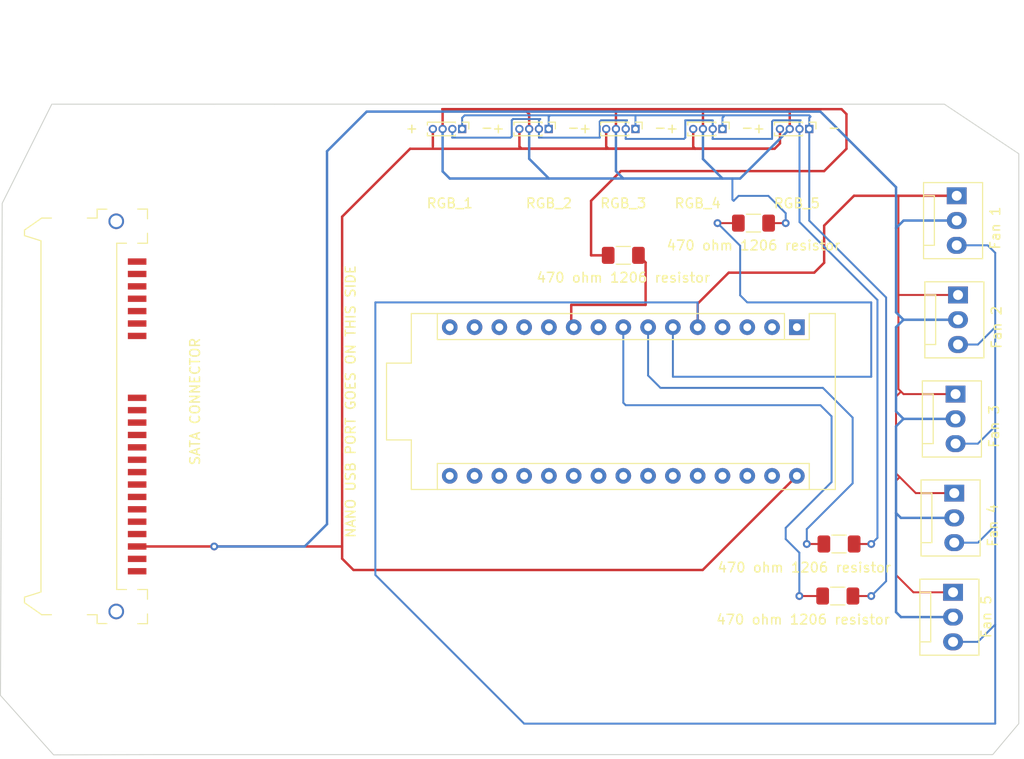
<source format=kicad_pcb>
(kicad_pcb (version 20211014) (generator pcbnew)
  (layers (0 "F.Cu" signal) (31 "B.Cu" signal) (34 "B.Paste" user) (35 "F.Paste" user) (36 "B.SilkS" user "B.Silkscreen") (37 "F.SilkS" user "F.Silkscreen") (38 "B.Mask" user) (39 "F.Mask" user) (44 "Edge.Cuts" user))
  (net 0 "")
  (footprint "Resistor_SMD:R_1206_3216Metric_Pad1.30x1.75mm_HandSolder" (layer "F.Cu") (at 129.54 78.994)
    (fp_text reference "470 ohm 1206 resistor" (at 0 2.286) (layer "F.SilkS"))
    (fp_text value "R_1206_3216Metric_Pad1.30x1.75mm_HandSolder")
    (fp_line (start -0.727064 -0.91) (end 0.727064 -0.91) (layer "F.SilkS") (width 0.12))
    (fp_line (start -0.727064 0.91) (end 0.727064 0.91) (layer "F.SilkS") (width 0.12))
    (pad "1" smd roundrect (at -1.55 0) (size 1.3 1.75) (layers "F.Cu" "F.Paste" "F.Mask") (roundrect_rratio 0.1923076923))
    (pad "2" smd roundrect (at 1.55 0) (size 1.3 1.75) (layers "F.Cu" "F.Paste" "F.Mask") (roundrect_rratio 0.1923076923))
  )
  (footprint "Resistor_SMD:R_1206_3216Metric_Pad1.30x1.75mm_HandSolder" (layer "F.Cu") (at 151.511 113.919)
    (fp_text reference "470 ohm 1206 resistor" (at -3.556 2.413) (layer "F.SilkS"))
    (fp_text value "R_1206_3216Metric_Pad1.30x1.75mm_HandSolder")
    (fp_line (start -0.727064 -0.91) (end 0.727064 -0.91) (layer "F.SilkS") (width 0.12))
    (fp_line (start -0.727064 0.91) (end 0.727064 0.91) (layer "F.SilkS") (width 0.12))
    (pad "1" smd roundrect (at -1.55 0) (size 1.3 1.75) (layers "F.Cu" "F.Paste" "F.Mask") (roundrect_rratio 0.1923076923))
    (pad "2" smd roundrect (at 1.55 0) (size 1.3 1.75) (layers "F.Cu" "F.Paste" "F.Mask") (roundrect_rratio 0.1923076923))
  )
  (footprint "Connector:FanPinHeader_1x03_P2.54mm_Vertical" (layer "F.Cu") (at 163.322 113.538 -90)
    (fp_text reference "Fan 5" (at 2.5 -3.4 90) (layer "F.SilkS"))
    (fp_text value "FanPinHeader_1x03_P2.54mm_Vertical")
    (fp_line (start 0 3.3) (end 0 2.29) (layer "F.SilkS") (width 0.12))
    (fp_line (start 6.45 3.4) (end -1.35 3.4) (layer "F.SilkS") (width 0.12))
    (fp_line (start -1.35 -2.65) (end 6.45 -2.65) (layer "F.SilkS") (width 0.12))
    (fp_line (start 6.45 -2.65) (end 6.45 3.4) (layer "F.SilkS") (width 0.12))
    (fp_line (start 0 2.29) (end 5.08 2.29) (layer "F.SilkS") (width 0.12))
    (fp_line (start 5.08 2.29) (end 5.08 3.3) (layer "F.SilkS") (width 0.12))
    (fp_line (start -1.35 3.4) (end -1.35 -2.65) (layer "F.SilkS") (width 0.12))
    (pad "1" thru_hole rect (at 0 0) (size 2.03 1.73) (drill 1.02) (layers *.Cu *.Mask))
    (pad "2" thru_hole oval (at 2.54 0) (size 2.03 1.73) (drill 1.02) (layers *.Cu *.Mask))
    (pad "3" thru_hole oval (at 5.08 0) (size 2.03 1.73) (drill 1.02) (layers *.Cu *.Mask))
  )
  (footprint "Connector_PinHeader_1.00mm:PinHeader_1x04_P1.00mm_Vertical" (layer "F.Cu") (at 113.03 66.04 -90)
    (fp_text reference "RGB_1" (at 7.62 1.27 -180) (layer "F.SilkS"))
    (fp_text value "PinHeader_1x04_P1.00mm_Vertical")
    (fp_line (start -0.695 -0.685) (end 0 -0.685) (layer "F.SilkS") (width 0.12))
    (fp_line (start -0.695 3.56) (end -0.394493 3.56) (layer "F.SilkS") (width 0.12))
    (fp_line (start 0.608276 0.685) (end 0.695 0.685) (layer "F.SilkS") (width 0.12))
    (fp_line (start 0.394493 3.56) (end 0.695 3.56) (layer "F.SilkS") (width 0.12))
    (fp_line (start 0.695 0.685) (end 0.695 3.56) (layer "F.SilkS") (width 0.12))
    (fp_line (start -0.695 0.685) (end -0.695 3.56) (layer "F.SilkS") (width 0.12))
    (fp_line (start -0.695 0.685) (end -0.608276 0.685) (layer "F.SilkS") (width 0.12))
    (fp_line (start -0.695 0) (end -0.695 -0.685) (layer "F.SilkS") (width 0.12))
    (pad "1" thru_hole rect (at 0 0 270) (size 0.85 0.85) (drill 0.5) (layers *.Cu *.Mask))
    (pad "2" thru_hole oval (at 0 1 270) (size 0.85 0.85) (drill 0.5) (layers *.Cu *.Mask))
    (pad "3" thru_hole oval (at 0 2 270) (size 0.85 0.85) (drill 0.5) (layers *.Cu *.Mask))
    (pad "4" thru_hole oval (at 0 3 270) (size 0.85 0.85) (drill 0.5) (layers *.Cu *.Mask))
  )
  (footprint "Connector_PinHeader_1.00mm:PinHeader_1x04_P1.00mm_Vertical" (layer "F.Cu") (at 139.7 66.04 -90)
    (fp_text reference "RGB_4" (at 7.62 2.54 -180) (layer "F.SilkS"))
    (fp_text value "PinHeader_1x04_P1.00mm_Vertical")
    (fp_line (start -0.695 0.685) (end -0.695 3.56) (layer "F.SilkS") (width 0.12))
    (fp_line (start 0.695 0.685) (end 0.695 3.56) (layer "F.SilkS") (width 0.12))
    (fp_line (start 0.608276 0.685) (end 0.695 0.685) (layer "F.SilkS") (width 0.12))
    (fp_line (start -0.695 -0.685) (end 0 -0.685) (layer "F.SilkS") (width 0.12))
    (fp_line (start -0.695 0) (end -0.695 -0.685) (layer "F.SilkS") (width 0.12))
    (fp_line (start 0.394493 3.56) (end 0.695 3.56) (layer "F.SilkS") (width 0.12))
    (fp_line (start -0.695 3.56) (end -0.394493 3.56) (layer "F.SilkS") (width 0.12))
    (fp_line (start -0.695 0.685) (end -0.608276 0.685) (layer "F.SilkS") (width 0.12))
    (pad "1" thru_hole rect (at 0 0 270) (size 0.85 0.85) (drill 0.5) (layers *.Cu *.Mask))
    (pad "2" thru_hole oval (at 0 1 270) (size 0.85 0.85) (drill 0.5) (layers *.Cu *.Mask))
    (pad "3" thru_hole oval (at 0 2 270) (size 0.85 0.85) (drill 0.5) (layers *.Cu *.Mask))
    (pad "4" thru_hole oval (at 0 3 270) (size 0.85 0.85) (drill 0.5) (layers *.Cu *.Mask))
  )
  (footprint "Connector_PinHeader_1.00mm:PinHeader_1x04_P1.00mm_Vertical" (layer "F.Cu") (at 148.59 66.04 -90)
    (fp_text reference "RGB_5" (at 7.62 1.27 -180) (layer "F.SilkS"))
    (fp_text value "PinHeader_1x04_P1.00mm_Vertical")
    (fp_line (start 0.394493 3.56) (end 0.695 3.56) (layer "F.SilkS") (width 0.12))
    (fp_line (start 0.608276 0.685) (end 0.695 0.685) (layer "F.SilkS") (width 0.12))
    (fp_line (start -0.695 0) (end -0.695 -0.685) (layer "F.SilkS") (width 0.12))
    (fp_line (start -0.695 0.685) (end -0.608276 0.685) (layer "F.SilkS") (width 0.12))
    (fp_line (start -0.695 -0.685) (end 0 -0.685) (layer "F.SilkS") (width 0.12))
    (fp_line (start -0.695 3.56) (end -0.394493 3.56) (layer "F.SilkS") (width 0.12))
    (fp_line (start 0.695 0.685) (end 0.695 3.56) (layer "F.SilkS") (width 0.12))
    (fp_line (start -0.695 0.685) (end -0.695 3.56) (layer "F.SilkS") (width 0.12))
    (pad "1" thru_hole rect (at 0 0 270) (size 0.85 0.85) (drill 0.5) (layers *.Cu *.Mask))
    (pad "2" thru_hole oval (at 0 1 270) (size 0.85 0.85) (drill 0.5) (layers *.Cu *.Mask))
    (pad "3" thru_hole oval (at 0 2 270) (size 0.85 0.85) (drill 0.5) (layers *.Cu *.Mask))
    (pad "4" thru_hole oval (at 0 3 270) (size 0.85 0.85) (drill 0.5) (layers *.Cu *.Mask))
  )
  (footprint "Connector:FanPinHeader_1x03_P2.54mm_Vertical" (layer "F.Cu") (at 163.83 83.058 -90)
    (fp_text reference "Fan 2" (at 3.312 -3.943 90) (layer "F.SilkS"))
    (fp_text value "FanPinHeader_1x03_P2.54mm_Vertical")
    (fp_line (start 5.08 2.29) (end 5.08 3.3) (layer "F.SilkS") (width 0.12))
    (fp_line (start 0 3.3) (end 0 2.29) (layer "F.SilkS") (width 0.12))
    (fp_line (start 6.45 3.4) (end -1.35 3.4) (layer "F.SilkS") (width 0.12))
    (fp_line (start -1.35 -2.65) (end 6.45 -2.65) (layer "F.SilkS") (width 0.12))
    (fp_line (start -1.35 3.4) (end -1.35 -2.65) (layer "F.SilkS") (width 0.12))
    (fp_line (start 0 2.29) (end 5.08 2.29) (layer "F.SilkS") (width 0.12))
    (fp_line (start 6.45 -2.65) (end 6.45 3.4) (layer "F.SilkS") (width 0.12))
    (pad "1" thru_hole rect (at 0 0) (size 2.03 1.73) (drill 1.02) (layers *.Cu *.Mask))
    (pad "2" thru_hole oval (at 2.54 0) (size 2.03 1.73) (drill 1.02) (layers *.Cu *.Mask))
    (pad "3" thru_hole oval (at 5.08 0) (size 2.03 1.73) (drill 1.02) (layers *.Cu *.Mask))
  )
  (footprint "Resistor_SMD:R_1206_3216Metric_Pad1.30x1.75mm_HandSolder" (layer "F.Cu") (at 151.638 108.585)
    (fp_text reference "470 ohm 1206 resistor" (at -3.556 2.413) (layer "F.SilkS"))
    (fp_text value "R_1206_3216Metric_Pad1.30x1.75mm_HandSolder")
    (fp_line (start -0.727064 -0.91) (end 0.727064 -0.91) (layer "F.SilkS") (width 0.12))
    (fp_line (start -0.727064 0.91) (end 0.727064 0.91) (layer "F.SilkS") (width 0.12))
    (pad "1" smd roundrect (at -1.55 0) (size 1.3 1.75) (layers "F.Cu" "F.Paste" "F.Mask") (roundrect_rratio 0.1923076923))
    (pad "2" smd roundrect (at 1.55 0) (size 1.3 1.75) (layers "F.Cu" "F.Paste" "F.Mask") (roundrect_rratio 0.1923076923))
  )
  (footprint "Connector_PinHeader_1.00mm:PinHeader_1x04_P1.00mm_Vertical" (layer "F.Cu") (at 121.896 66.04 -90)
    (fp_text reference "RGB_2" (at 7.62 -0.024 -180) (layer "F.SilkS"))
    (fp_text value "PinHeader_1x04_P1.00mm_Vertical")
    (fp_line (start 0.608276 0.685) (end 0.695 0.685) (layer "F.SilkS") (width 0.12))
    (fp_line (start -0.695 0.685) (end -0.608276 0.685) (layer "F.SilkS") (width 0.12))
    (fp_line (start 0.394493 3.56) (end 0.695 3.56) (layer "F.SilkS") (width 0.12))
    (fp_line (start -0.695 0.685) (end -0.695 3.56) (layer "F.SilkS") (width 0.12))
    (fp_line (start -0.695 0) (end -0.695 -0.685) (layer "F.SilkS") (width 0.12))
    (fp_line (start 0.695 0.685) (end 0.695 3.56) (layer "F.SilkS") (width 0.12))
    (fp_line (start -0.695 -0.685) (end 0 -0.685) (layer "F.SilkS") (width 0.12))
    (fp_line (start -0.695 3.56) (end -0.394493 3.56) (layer "F.SilkS") (width 0.12))
    (pad "1" thru_hole rect (at 0 0 270) (size 0.85 0.85) (drill 0.5) (layers *.Cu *.Mask))
    (pad "2" thru_hole oval (at 0 1 270) (size 0.85 0.85) (drill 0.5) (layers *.Cu *.Mask))
    (pad "3" thru_hole oval (at 0 2 270) (size 0.85 0.85) (drill 0.5) (layers *.Cu *.Mask))
    (pad "4" thru_hole oval (at 0 3 270) (size 0.85 0.85) (drill 0.5) (layers *.Cu *.Mask))
  )
  (footprint "Connector_PinHeader_1.00mm:PinHeader_1x04_P1.00mm_Vertical" (layer "F.Cu") (at 130.786 66.04 -90)
    (fp_text reference "RGB_3" (at 7.62 1.246 -180) (layer "F.SilkS"))
    (fp_text value "PinHeader_1x04_P1.00mm_Vertical")
    (fp_line (start 0.695 0.685) (end 0.695 3.56) (layer "F.SilkS") (width 0.12))
    (fp_line (start -0.695 0) (end -0.695 -0.685) (layer "F.SilkS") (width 0.12))
    (fp_line (start -0.695 0.685) (end -0.695 3.56) (layer "F.SilkS") (width 0.12))
    (fp_line (start 0.394493 3.56) (end 0.695 3.56) (layer "F.SilkS") (width 0.12))
    (fp_line (start 0.608276 0.685) (end 0.695 0.685) (layer "F.SilkS") (width 0.12))
    (fp_line (start -0.695 0.685) (end -0.608276 0.685) (layer "F.SilkS") (width 0.12))
    (fp_line (start -0.695 -0.685) (end 0 -0.685) (layer "F.SilkS") (width 0.12))
    (fp_line (start -0.695 3.56) (end -0.394493 3.56) (layer "F.SilkS") (width 0.12))
    (pad "1" thru_hole rect (at 0 0 270) (size 0.85 0.85) (drill 0.5) (layers *.Cu *.Mask))
    (pad "2" thru_hole oval (at 0 1 270) (size 0.85 0.85) (drill 0.5) (layers *.Cu *.Mask))
    (pad "3" thru_hole oval (at 0 2 270) (size 0.85 0.85) (drill 0.5) (layers *.Cu *.Mask))
    (pad "4" thru_hole oval (at 0 3 270) (size 0.85 0.85) (drill 0.5) (layers *.Cu *.Mask))
  )
  (footprint "Arduino:Arduino_Nano" (layer "F.Cu") (at 147.32 86.36 -90)
    (fp_text reference "NANO USB PORT GOES ON THIS SIDE" (at 7.62 45.72 90) (layer "F.SilkS"))
    (fp_text value "Arduino_Nano")
    (fp_line (start 1.27 1.27) (end -1.397 1.27) (layer "F.SilkS") (width 0.12))
    (fp_line (start 11.557 42.037) (end 11.557 39.497) (layer "F.SilkS") (width 0.12))
    (fp_line (start -1.397 39.497) (end 3.683 39.497) (layer "F.SilkS") (width 0.12))
    (fp_line (start 1.27 1.27) (end 1.27 36.83) (layer "F.SilkS") (width 0.12))
    (fp_line (start 1.27 -1.27) (end -1.397 -1.27) (layer "F.SilkS") (width 0.12))
    (fp_line (start 3.683 42.037) (end 3.683 39.497) (layer "F.SilkS") (width 0.12))
    (fp_line (start 1.27 1.27) (end 1.27 -1.27) (layer "F.SilkS") (width 0.12))
    (fp_line (start 11.557 39.497) (end 16.637 39.497) (layer "F.SilkS") (width 0.12))
    (fp_line (start 13.97 -1.27) (end 13.97 36.83) (layer "F.SilkS") (width 0.12))
    (fp_line (start 1.27 36.83) (end -1.4 36.83) (layer "F.SilkS") (width 0.12))
    (fp_line (start -1.397 1.27) (end -1.397 39.497) (layer "F.SilkS") (width 0.12))
    (fp_line (start 16.637 -3.937) (end -1.397 -3.937) (layer "F.SilkS") (width 0.12))
    (fp_line (start 13.97 -1.27) (end 16.64 -1.27) (layer "F.SilkS") (width 0.12))
    (fp_line (start 16.637 39.497) (end 16.637 -3.937) (layer "F.SilkS") (width 0.12))
    (fp_line (start 3.683 42.037) (end 11.557 42.037) (layer "F.SilkS") (width 0.12))
    (fp_line (start 13.97 36.83) (end 16.64 36.83) (layer "F.SilkS") (width 0.12))
    (fp_line (start -1.397 -3.937) (end -1.397 -1.27) (layer "F.SilkS") (width 0.12))
    (pad "1" thru_hole rect locked (at 0 0 270) (size 1.6 1.6) (drill 0.8) (layers *.Cu *.Mask))
    (pad "2" thru_hole oval locked (at 0 2.54 270) (size 1.6 1.6) (drill 0.8) (layers *.Cu *.Mask))
    (pad "3" thru_hole oval locked (at 0 5.08 270) (size 1.6 1.6) (drill 0.8) (layers *.Cu *.Mask))
    (pad "4" thru_hole oval locked (at 0 7.62 270) (size 1.6 1.6) (drill 0.8) (layers *.Cu *.Mask))
    (pad "5" thru_hole oval locked (at 0 10.16 270) (size 1.6 1.6) (drill 0.8) (layers *.Cu *.Mask))
    (pad "6" thru_hole oval locked (at 0 12.7 270) (size 1.6 1.6) (drill 0.8) (layers *.Cu *.Mask))
    (pad "7" thru_hole oval locked (at 0 15.24 270) (size 1.6 1.6) (drill 0.8) (layers *.Cu *.Mask))
    (pad "8" thru_hole oval locked (at 0 17.78 270) (size 1.6 1.6) (drill 0.8) (layers *.Cu *.Mask))
    (pad "9" thru_hole oval locked (at 0 20.32 270) (size 1.6 1.6) (drill 0.8) (layers *.Cu *.Mask))
    (pad "10" thru_hole oval locked (at 0 22.86 270) (size 1.6 1.6) (drill 0.8) (layers *.Cu *.Mask))
    (pad "11" thru_hole oval locked (at 0 25.4 270) (size 1.6 1.6) (drill 0.8) (layers *.Cu *.Mask))
    (pad "12" thru_hole oval locked (at 0 27.94 270) (size 1.6 1.6) (drill 0.8) (layers *.Cu *.Mask))
    (pad "13" thru_hole oval locked (at 0 30.48 270) (size 1.6 1.6) (drill 0.8) (layers *.Cu *.Mask))
    (pad "14" thru_hole oval locked (at 0 33.02 270) (size 1.6 1.6) (drill 0.8) (layers *.Cu *.Mask))
    (pad "15" thru_hole oval locked (at 0 35.56 270) (size 1.6 1.6) (drill 0.8) (layers *.Cu *.Mask))
    (pad "16" thru_hole oval locked (at 15.24 35.56 270) (size 1.6 1.6) (drill 0.8) (layers *.Cu *.Mask))
    (pad "17" thru_hole oval locked (at 15.24 33.02 270) (size 1.6 1.6) (drill 0.8) (layers *.Cu *.Mask))
    (pad "18" thru_hole oval locked (at 15.24 30.48 270) (size 1.6 1.6) (drill 0.8) (layers *.Cu *.Mask))
    (pad "19" thru_hole oval locked (at 15.24 27.94 270) (size 1.6 1.6) (drill 0.8) (layers *.Cu *.Mask))
    (pad "20" thru_hole oval locked (at 15.24 25.4 270) (size 1.6 1.6) (drill 0.8) (layers *.Cu *.Mask))
    (pad "21" thru_hole oval locked (at 15.24 22.86 270) (size 1.6 1.6) (drill 0.8) (layers *.Cu *.Mask))
    (pad "22" thru_hole oval locked (at 15.24 20.32 270) (size 1.6 1.6) (drill 0.8) (layers *.Cu *.Mask))
    (pad "23" thru_hole oval locked (at 15.24 17.78 270) (size 1.6 1.6) (drill 0.8) (layers *.Cu *.Mask))
    (pad "24" thru_hole oval locked (at 15.24 15.24 270) (size 1.6 1.6) (drill 0.8) (layers *.Cu *.Mask))
    (pad "25" thru_hole oval locked (at 15.24 12.7 270) (size 1.6 1.6) (drill 0.8) (layers *.Cu *.Mask))
    (pad "26" thru_hole oval locked (at 15.24 10.16 270) (size 1.6 1.6) (drill 0.8) (layers *.Cu *.Mask))
    (pad "27" thru_hole oval locked (at 15.24 7.62 270) (size 1.6 1.6) (drill 0.8) (layers *.Cu *.Mask))
    (pad "28" thru_hole oval locked (at 15.24 5.08 270) (size 1.6 1.6) (drill 0.8) (layers *.Cu *.Mask))
    (pad "29" thru_hole oval locked (at 15.24 2.54 270) (size 1.6 1.6) (drill 0.8) (layers *.Cu *.Mask))
    (pad "30" thru_hole oval locked (at 15.24 0 270) (size 1.6 1.6) (drill 0.8) (layers *.Cu *.Mask))
  )
  (footprint "Connector_SATA_SAS:SATA_Amphenol_10029364-001LF_Horizontal" (layer "F.Cu") (at 78.74 95.504 90)
    (fp_text reference "SATA CONNECTOR" (at 1.524 6.926 90) (layer "F.SilkS"))
    (fp_text value "SATA_Amphenol_10029364-001LF_Horizontal")
    (fp_line (start 19.1 -10.54492) (end 18.53 -10.54492) (layer "F.SilkS") (width 0.12))
    (fp_line (start -21.24 -3.10492) (end -21.24 -2.10492) (layer "F.SilkS") (width 0.12))
    (fp_line (start 20.33 -8.78492) (end 20.33 -7.78492) (layer "F.SilkS") (width 0.12))
    (fp_line (start 17.75 1.05508) (end 17.75 2.05508) (layer "F.SilkS") (width 0.12))
    (fp_line (start -21.24 -3.10492) (end -20.33 -3.10492) (layer "F.SilkS") (width 0.12))
    (fp_line (start 18 -8.85492) (end -18 -8.85492) (layer "F.SilkS") (width 0.12))
    (fp_line (start -19.1 -10.54492) (end -18.53 -10.54492) (layer "F.SilkS") (width 0.12))
    (fp_line (start 17.75 -1.09492) (end -17.75 -1.09492) (layer "F.SilkS") (width 0.12))
    (fp_line (start -18.75 2.05508) (end -17.75 2.05508) (layer "F.SilkS") (width 0.12))
    (fp_line (start -21.25 1.05508) (end -21.25 2.05508) (layer "F.SilkS") (width 0.12))
    (fp_line (start -21.25 2.05508) (end -20.25 2.05508) (layer "F.SilkS") (width 0.12))
    (fp_line (start -20.33 -3.10492) (end -20.33 -4.10492) (layer "F.SilkS") (width 0.12))
    (fp_line (start 18 -8.85492) (end 18.53 -10.54492) (layer "F.SilkS") (width 0.12))
    (fp_line (start 20.33 -3.10492) (end 20.33 -4.10492) (layer "F.SilkS") (width 0.12))
    (fp_line (start 21.24 -3.10492) (end 20.33 -3.10492) (layer "F.SilkS") (width 0.12))
    (fp_line (start 18.77314 2.05486) (end 17.75 2.05508) (layer "F.SilkS") (width 0.12))
    (fp_line (start -20.33 -8.78492) (end -20.33 -7.78492) (layer "F.SilkS") (width 0.12))
    (fp_line (start 21.25 2.05508) (end 20.25 2.05508) (layer "F.SilkS") (width 0.12))
    (fp_line (start 21.24 -3.10492) (end 21.24 -2.10492) (layer "F.SilkS") (width 0.12))
    (fp_line (start -17.75 -1.09492) (end -17.75 -0.09492) (layer "F.SilkS") (width 0.12))
    (fp_line (start 21.25 1.05508) (end 21.25 2.05508) (layer "F.SilkS") (width 0.12))
    (fp_line (start -17.75 1.05508) (end -17.75 2.05508) (layer "F.SilkS") (width 0.12))
    (fp_line (start 20.33 -8.78492) (end 19.1 -10.54492) (layer "F.SilkS") (width 0.12))
    (fp_line (start -18 -8.85492) (end -18.53 -10.54492) (layer "F.SilkS") (width 0.12))
    (fp_line (start -20.33 -8.78492) (end -19.1 -10.54492) (layer "F.SilkS") (width 0.12))
    (fp_line (start 17.75 -1.09492) (end 17.75 -0.09492) (layer "F.SilkS") (width 0.12))
    (pad "" np_thru_hole circle (at -18.4 0.65508 90) (size 1.2 1.2) (drill 1.2) (layers *.Mask "B.Cu"))
    (pad "" np_thru_hole circle (at 18.4 0.65508 90) (size 0.9 0.9) (drill 0.9) (layers *.Mask "B.Cu"))
    (pad "MP" thru_hole circle (at -20 -1.14492 90) (size 1.6 1.6) (drill 1.2) (layers *.Cu *.Mask))
    (pad "MP" thru_hole circle (at 20 -1.14492 90) (size 1.6 1.6) (drill 1.2) (layers *.Cu *.Mask))
    (pad "P1" smd rect (at 1.905 0.99508 90) (size 0.65 1.9) (layers "F.Cu" "F.Paste" "F.Mask"))
    (pad "P2" smd rect (at 0.635 0.99508 90) (size 0.65 1.9) (layers "F.Cu" "F.Paste" "F.Mask"))
    (pad "P3" smd rect (at -0.635 0.99508 90) (size 0.65 1.9) (layers "F.Cu" "F.Paste" "F.Mask"))
    (pad "P4" smd rect (at -1.905 0.99508 90) (size 0.65 1.9) (layers "F.Cu" "F.Paste" "F.Mask"))
    (pad "P5" smd rect (at -3.175 0.99508 90) (size 0.65 1.9) (layers "F.Cu" "F.Paste" "F.Mask"))
    (pad "P6" smd rect (at -4.445 0.99508 90) (size 0.65 1.9) (layers "F.Cu" "F.Paste" "F.Mask"))
    (pad "P7" smd rect (at -5.715 0.99508 90) (size 0.65 1.9) (layers "F.Cu" "F.Paste" "F.Mask"))
    (pad "P8" smd rect (at -6.985 0.99508 90) (size 0.65 1.9) (layers "F.Cu" "F.Paste" "F.Mask"))
    (pad "P9" smd rect (at -8.255 0.99508 90) (size 0.65 1.9) (layers "F.Cu" "F.Paste" "F.Mask"))
    (pad "P10" smd rect (at -9.525 0.99508 90) (size 0.65 1.9) (layers "F.Cu" "F.Paste" "F.Mask"))
    (pad "P11" smd rect (at -10.795 0.99508 90) (size 0.65 1.9) (layers "F.Cu" "F.Paste" "F.Mask"))
    (pad "P12" smd rect (at -12.065 0.99508 90) (size 0.65 1.9) (layers "F.Cu" "F.Paste" "F.Mask"))
    (pad "P13" smd rect (at -13.335 0.99508 90) (size 0.65 1.9) (layers "F.Cu" "F.Paste" "F.Mask"))
    (pad "P14" smd rect (at -14.605 0.99508 90) (size 0.65 1.9) (layers "F.Cu" "F.Paste" "F.Mask"))
    (pad "P15" smd rect (at -15.875 0.99508 90) (size 0.65 1.9) (layers "F.Cu" "F.Paste" "F.Mask"))
    (pad "S1" smd rect (at 15.87 0.99508 90) (size 0.65 1.9) (layers "F.Cu" "F.Paste" "F.Mask"))
    (pad "S2" smd rect (at 14.6 0.99508 90) (size 0.65 1.9) (layers "F.Cu" "F.Paste" "F.Mask"))
    (pad "S3" smd rect (at 13.33 0.99508 90) (size 0.65 1.9) (layers "F.Cu" "F.Paste" "F.Mask"))
    (pad "S4" smd rect (at 12.06 0.99508 90) (size 0.65 1.9) (layers "F.Cu" "F.Paste" "F.Mask"))
    (pad "S5" smd rect (at 10.79 0.99508 90) (size 0.65 1.9) (layers "F.Cu" "F.Paste" "F.Mask"))
    (pad "S6" smd rect (at 9.52 0.99508 90) (size 0.65 1.9) (layers "F.Cu" "F.Paste" "F.Mask"))
    (pad "S7" smd rect (at 8.25 0.99508 90) (size 0.65 1.9) (layers "F.Cu" "F.Paste" "F.Mask"))
  )
  (footprint "Connector:FanPinHeader_1x03_P2.54mm_Vertical" (layer "F.Cu") (at 163.576 93.218 -90)
    (fp_text reference "Fan 3" (at 3.312 -3.943 90) (layer "F.SilkS"))
    (fp_text value "FanPinHeader_1x03_P2.54mm_Vertical")
    (fp_line (start 0 3.3) (end 0 2.29) (layer "F.SilkS") (width 0.12))
    (fp_line (start -1.35 3.4) (end -1.35 -2.65) (layer "F.SilkS") (width 0.12))
    (fp_line (start 0 2.29) (end 5.08 2.29) (layer "F.SilkS") (width 0.12))
    (fp_line (start -1.35 -2.65) (end 6.45 -2.65) (layer "F.SilkS") (width 0.12))
    (fp_line (start 6.45 3.4) (end -1.35 3.4) (layer "F.SilkS") (width 0.12))
    (fp_line (start 5.08 2.29) (end 5.08 3.3) (layer "F.SilkS") (width 0.12))
    (fp_line (start 6.45 -2.65) (end 6.45 3.4) (layer "F.SilkS") (width 0.12))
    (pad "1" thru_hole rect (at 0 0) (size 2.03 1.73) (drill 1.02) (layers *.Cu *.Mask))
    (pad "2" thru_hole oval (at 2.54 0) (size 2.03 1.73) (drill 1.02) (layers *.Cu *.Mask))
    (pad "3" thru_hole oval (at 5.08 0) (size 2.03 1.73) (drill 1.02) (layers *.Cu *.Mask))
  )
  (footprint "Resistor_SMD:R_1206_3216Metric_Pad1.30x1.75mm_HandSolder" (layer "F.Cu") (at 142.875 75.692)
    (fp_text reference "470 ohm 1206 resistor" (at 0 2.286) (layer "F.SilkS"))
    (fp_text value "R_1206_3216Metric_Pad1.30x1.75mm_HandSolder")
    (fp_line (start -0.727064 -0.91) (end 0.727064 -0.91) (layer "F.SilkS") (width 0.12))
    (fp_line (start -0.727064 0.91) (end 0.727064 0.91) (layer "F.SilkS") (width 0.12))
    (pad "1" smd roundrect (at -1.55 0) (size 1.3 1.75) (layers "F.Cu" "F.Paste" "F.Mask") (roundrect_rratio 0.1923076923))
    (pad "2" smd roundrect (at 1.55 0) (size 1.3 1.75) (layers "F.Cu" "F.Paste" "F.Mask") (roundrect_rratio 0.1923076923))
  )
  (footprint "Connector:FanPinHeader_1x03_P2.54mm_Vertical" (layer "F.Cu") (at 163.697 72.888 -90)
    (fp_text reference "Fan 1" (at 3.312 -3.943 90) (layer "F.SilkS"))
    (fp_text value "FanPinHeader_1x03_P2.54mm_Vertical")
    (fp_line (start 6.45 -2.65) (end 6.45 3.4) (layer "F.SilkS") (width 0.12))
    (fp_line (start 0 2.29) (end 5.08 2.29) (layer "F.SilkS") (width 0.12))
    (fp_line (start -1.35 3.4) (end -1.35 -2.65) (layer "F.SilkS") (width 0.12))
    (fp_line (start 6.45 3.4) (end -1.35 3.4) (layer "F.SilkS") (width 0.12))
    (fp_line (start 0 3.3) (end 0 2.29) (layer "F.SilkS") (width 0.12))
    (fp_line (start -1.35 -2.65) (end 6.45 -2.65) (layer "F.SilkS") (width 0.12))
    (fp_line (start 5.08 2.29) (end 5.08 3.3) (layer "F.SilkS") (width 0.12))
    (pad "1" thru_hole rect (at 0 0) (size 2.03 1.73) (drill 1.02) (layers *.Cu *.Mask))
    (pad "2" thru_hole oval (at 2.54 0) (size 2.03 1.73) (drill 1.02) (layers *.Cu *.Mask))
    (pad "3" thru_hole oval (at 5.08 0) (size 2.03 1.73) (drill 1.02) (layers *.Cu *.Mask))
  )
  (footprint "Connector:FanPinHeader_1x03_P2.54mm_Vertical" (layer "F.Cu") (at 163.443 103.368 -90)
    (fp_text reference "Fan 4" (at 3.312 -3.943 90) (layer "F.SilkS"))
    (fp_text value "FanPinHeader_1x03_P2.54mm_Vertical")
    (fp_line (start -1.35 3.4) (end -1.35 -2.65) (layer "F.SilkS") (width 0.12))
    (fp_line (start 0 2.29) (end 5.08 2.29) (layer "F.SilkS") (width 0.12))
    (fp_line (start 6.45 3.4) (end -1.35 3.4) (layer "F.SilkS") (width 0.12))
    (fp_line (start -1.35 -2.65) (end 6.45 -2.65) (layer "F.SilkS") (width 0.12))
    (fp_line (start 5.08 2.29) (end 5.08 3.3) (layer "F.SilkS") (width 0.12))
    (fp_line (start 6.45 -2.65) (end 6.45 3.4) (layer "F.SilkS") (width 0.12))
    (fp_line (start 0 3.3) (end 0 2.29) (layer "F.SilkS") (width 0.12))
    (pad "1" thru_hole rect (at 0 0) (size 2.03 1.73) (drill 1.02) (layers *.Cu *.Mask))
    (pad "2" thru_hole oval (at 2.54 0) (size 2.03 1.73) (drill 1.02) (layers *.Cu *.Mask))
    (pad "3" thru_hole oval (at 5.08 0) (size 2.03 1.73) (drill 1.02) (layers *.Cu *.Mask))
  )
  (gr_poly (pts (xy 170.053 68.58) (xy 170.053 127) (xy 167.386 130.175) (xy 81.534 130.175) (xy 71.173946 130.199865) (xy 65.736356 124.109717) (xy 65.913 73.66) (xy 70.993 63.5) (xy 88.857573 63.497181) (xy 162.433 63.5)) (layer "Edge.Cuts") (width 0.1) (fill none))
  (gr_text "+\n" (at 134.62 66.04 -90) (layer "F.SilkS") (effects (font (size 1 1))))
  (gr_text "+\n" (at 143.51 66.04 -90) (layer "F.SilkS") (effects (font (size 1 1))))
  (gr_text "-" (at 124.436 66.04 -180) (layer "F.SilkS") (effects (font (size 1 1))))
  (gr_text "+\n" (at 116.816 66.04 -90) (layer "F.SilkS") (effects (font (size 1 1))))
  (gr_text "-" (at 133.326 66.04 -180) (layer "F.SilkS") (effects (font (size 1 1))))
  (gr_text "-" (at 115.57 66.04 -180) (layer "F.SilkS") (effects (font (size 1 1))))
  (gr_text "+\n" (at 125.706 66.04 -90) (layer "F.SilkS") (effects (font (size 1 1))))
  (gr_text "-" (at 151.13 66.04 -180) (layer "F.SilkS") (effects (font (size 1 1))))
  (gr_text "-" (at 142.24 66.04 -180) (layer "F.SilkS") (effects (font (size 1 1))))
  (gr_text "+\n" (at 107.95 66.04 -90) (layer "F.SilkS") (effects (font (size 1 1))))
  (segment (start 154.94 108.585) (end 153.188 108.585) (width 0.2) (layer "F.Cu") (net 0))
  (segment (start 111.03 66.04) (end 111.03 64.04) (width 0.25) (layer "F.Cu") (net 0))
  (segment (start 139.192 75.692) (end 141.325 75.692) (width 0.2) (layer "F.Cu") (net 0))
  (segment (start 141.224 75.793) (end 141.325 75.692) (width 0.2) (layer "F.Cu") (net 0))
  (segment (start 157.724 92.7) (end 158.242 93.218) (width 0.2) (layer "F.Cu") (net 0))
  (segment (start 131.826 84.074) (end 131.826 79.73) (width 0.25) (layer "F.Cu") (net 0))
  (segment (start 157.48 93.472) (end 157.988 92.964) (width 0.2) (layer "F.Cu") (net 0))
  (segment (start 163.322 113.538) (end 159.258 113.538) (width 0.2) (layer "F.Cu") (net 0))
  (segment (start 152.4 68.072) (end 150.114 70.358) (width 0.25) (layer "F.Cu") (net 0))
  (segment (start 136.7 67.866) (end 136.906 68.072) (width 0.25) (layer "F.Cu") (net 0))
  (segment (start 150.114 70.358) (end 129.286 70.358) (width 0.25) (layer "F.Cu") (net 0))
  (segment (start 137.16 83.947) (end 137.16 86.36) (width 0.25) (layer "F.Cu") (net 0))
  (segment (start 159.258 113.538) (end 157.48 111.76) (width 0.2) (layer "F.Cu") (net 0))
  (segment (start 127.786 68.048) (end 127.762 68.072) (width 0.25) (layer "F.Cu") (net 0))
  (segment (start 144.526 75.793) (end 144.425 75.692) (width 0.2) (layer "F.Cu") (net 0))
  (segment (start 100.734 110.086) (end 100.734 75.034) (width 0.25) (layer "F.Cu") (net 0))
  (segment (start 101.9 111.252) (end 100.734 110.086) (width 0.25) (layer "F.Cu") (net 0))
  (segment (start 126.238 73.406) (end 126.238 78.994) (width 0.25) (layer "F.Cu") (net 0))
  (segment (start 107.696 68.072) (end 145.034 68.072) (width 0.25) (layer "F.Cu") (net 0))
  (segment (start 150.114 75.946) (end 150.114 79.756) (width 0.25) (layer "F.Cu") (net 0))
  (segment (start 157.724 72.888) (end 153.172 72.888) (width 0.25) (layer "F.Cu") (net 0))
  (segment (start 124.46 86.36) (end 124.206 86.106) (width 0.25) (layer "F.Cu") (net 0))
  (segment (start 157.48 102.108) (end 157.861 101.727) (width 0.2) (layer "F.Cu") (net 0))
  (segment (start 118.896 67.842) (end 119.102 68.048) (width 0.25) (layer "F.Cu") (net 0))
  (segment (start 145.59 67.516) (end 145.59 66.04) (width 0.25) (layer "F.Cu") (net 0))
  (segment (start 151.892 64.008) (end 152.4 64.516) (width 0.25) (layer "F.Cu") (net 0))
  (segment (start 157.48 101.346) (end 157.48 93.472) (width 0.2) (layer "F.Cu") (net 0))
  (segment (start 146.177 75.692) (end 144.425 75.692) (width 0.2) (layer "F.Cu") (net 0))
  (segment (start 145.034 68.072) (end 145.59 67.516) (width 0.25) (layer "F.Cu") (net 0))
  (segment (start 119.896 64.524) (end 119.896 66.04) (width 0.25) (layer "F.Cu") (net 0))
  (segment (start 124.206 84.074) (end 131.826 84.074) (width 0.25) (layer "F.Cu") (net 0))
  (segment (start 163.697 72.888) (end 157.724 72.888) (width 0.25) (layer "F.Cu") (net 0))
  (segment (start 137.668 111.252) (end 101.9 111.252) (width 0.25) (layer "F.Cu") (net 0))
  (segment (start 153.172 72.888) (end 150.114 75.946) (width 0.25) (layer "F.Cu") (net 0))
  (segment (start 140.335 80.772) (end 137.16 83.947) (width 0.25) (layer "F.Cu") (net 0))
  (segment (start 148.336 108.585) (end 150.088 108.585) (width 0.2) (layer "F.Cu") (net 0))
  (segment (start 137.7 66.04) (end 137.7 64.04) (width 0.25) (layer "F.Cu") (net 0))
  (segment (start 147.574 113.919) (end 149.961 113.919) (width 0.2) (layer "F.Cu") (net 0))
  (segment (start 110.998 64.008) (end 151.892 64.008) (width 0.25) (layer "F.Cu") (net 0))
  (segment (start 157.48 101.346) (end 159.502 103.368) (width 0.2) (layer "F.Cu") (net 0))
  (segment (start 111.03 64.04) (end 110.998 64.008) (width 0.25) (layer "F.Cu") (net 0))
  (segment (start 157.724 72.888) (end 157.724 92.7) (width 0.2) (layer "F.Cu") (net 0))
  (segment (start 126.238 78.994) (end 127.99 78.994) (width 0.25) (layer "F.Cu") (net 0))
  (segment (start 149.098 80.772) (end 140.335 80.772) (width 0.25) (layer "F.Cu") (net 0))
  (segment (start 154.94 113.919) (end 153.061 113.919) (width 0.2) (layer "F.Cu") (net 0))
  (segment (start 79.73508 108.839) (end 100.711 108.839) (width 0.25) (layer "F.Cu") (net 0))
  (segment (start 128.786 64.27) (end 128.524 64.008) (width 0.25) (layer "F.Cu") (net 0))
  (segment (start 124.206 86.106) (end 124.206 84.074) (width 0.25) (layer "F.Cu") (net 0))
  (segment (start 144.78 68.072) (end 144.756 68.048) (width 0.25) (layer "F.Cu") (net 0))
  (segment (start 152.4 64.516) (end 152.4 68.072) (width 0.25) (layer "F.Cu") (net 0))
  (segment (start 136.7 66.04) (end 136.7 67.866) (width 0.25) (layer "F.Cu") (net 0))
  (segment (start 100.734 75.034) (end 107.696 68.072) (width 0.25) (layer "F.Cu") (net 0))
  (segment (start 163.443 103.368) (end 159.502 103.368) (width 0.2) (layer "F.Cu") (net 0))
  (segment (start 146.59 66.04) (end 146.59 64.294) (width 0.25) (layer "F.Cu") (net 0))
  (segment (start 150.114 79.756) (end 149.098 80.772) (width 0.25) (layer "F.Cu") (net 0))
  (segment (start 158.242 93.218) (end 163.576 93.218) (width 0.2) (layer "F.Cu") (net 0))
  (segment (start 157.48 111.76) (end 157.48 102.108) (width 0.2) (layer "F.Cu") (net 0))
  (segment (start 128.786 66.04) (end 128.786 64.27) (width 0.25) (layer "F.Cu") (net 0))
  (segment (start 118.896 68.048) (end 144.756 68.048) (width 0.25) (layer "F.Cu") (net 0))
  (segment (start 147.32 101.6) (end 137.668 111.252) (width 0.25) (layer "F.Cu") (net 0))
  (segment (start 118.896 66.04) (end 118.896 67.842) (width 0.25) (layer "F.Cu") (net 0))
  (segment (start 146.59 64.294) (end 146.304 64.008) (width 0.25) (layer "F.Cu") (net 0))
  (segment (start 163.83 83.058) (end 157.734 83.058) (width 0.2) (layer "F.Cu") (net 0))
  (segment (start 110.03 66.04) (end 110.03 67.866) (width 0.25) (layer "F.Cu") (net 0))
  (segment (start 131.826 79.73) (end 131.09 78.994) (width 0.25) (layer "F.Cu") (net 0))
  (segment (start 129.286 70.358) (end 126.238 73.406) (width 0.25) (layer "F.Cu") (net 0))
  (segment (start 119.38 64.008) (end 119.896 64.524) (width 0.25) (layer "F.Cu") (net 0))
  (segment (start 127.786 67.842) (end 127.992 68.048) (width 0.25) (layer "F.Cu") (net 0))
  (segment (start 127.786 66.04) (end 127.786 67.842) (width 0.25) (layer "F.Cu") (net 0))
  (via (at 146.177 75.692) (size 0.8) (drill 0.4) (layers "F.Cu" "B.Cu") (net 0))
  (via (at 154.94 113.919) (size 0.8) (drill 0.4) (layers "F.Cu" "B.Cu") (net 0))
  (via (at 139.192 75.692) (size 0.8) (drill 0.4) (layers "F.Cu" "B.Cu") (net 0))
  (via (at 148.336 108.585) (size 0.8) (drill 0.4) (layers "F.Cu" "B.Cu") (net 0))
  (via (at 87.63 108.839) (size 0.8) (drill 0.4) (layers "F.Cu" "B.Cu") (net 0))
  (via (at 154.94 108.585) (size 0.8) (drill 0.4) (layers "F.Cu" "B.Cu") (net 0))
  (via (at 147.574 113.919) (size 0.8) (drill 0.4) (layers "F.Cu" "B.Cu") (net 0))
  (segment (start 139.7 64.643) (end 148.59 64.643) (width 0.2) (layer "B.Cu") (net 0))
  (segment (start 141.51 78.01) (end 141.51 83.09) (width 0.2) (layer "B.Cu") (net 0))
  (segment (start 149.987 92.583) (end 133.35 92.583) (width 0.2) (layer "B.Cu") (net 0))
  (segment (start 113.03 64.897) (end 113.284 64.643) (width 0.2) (layer "B.Cu") (net 0))
  (segment (start 155.575 83.566) (end 155.575 107.95) (width 0.2) (layer "B.Cu") (net 0))
  (segment (start 148.59 75.438) (end 156.464 83.312) (width 0.2) (layer "B.Cu") (net 0))
  (segment (start 137.16 86.36) (end 137.16 83.82) (width 0.2) (layer "B.Cu") (net 0))
  (segment (start 156.464 83.312) (end 156.464 112.395) (width 0.2) (layer "B.Cu") (net 0))
  (segment (start 103.251 64.262) (end 149.733 64.262) (width 0.25) (layer "B.Cu") (net 0))
  (segment (start 119.38 127) (end 167.64 127) (width 0.2) (layer "B.Cu") (net 0))
  (segment (start 139.7 64.643) (end 139.827 64.77) (width 0.2) (layer "B.Cu") (net 0))
  (segment (start 150.876 95.504) (end 149.733 94.361) (width 0.2) (layer "B.Cu") (net 0))
  (segment (start 157.978 105.908) (end 163.443 105.908) (width 0.25) (layer "B.Cu") (net 0))
  (segment (start 147.701 65.151) (end 147.59 65.262) (width 0.2) (layer "B.Cu") (net 0))
  (segment (start 104.14 111.76) (end 119.38 127) (width 0.2) (layer "B.Cu") (net 0))
  (segment (start 135.763 67.056) (end 135.89 66.929) (width 0.2) (layer "B.Cu") (net 0))
  (segment (start 140.716 71.12) (end 141.51 71.12) (width 0.25) (layer "B.Cu") (net 0))
  (segment (start 165.862 118.618) (end 167.64 116.84) (width 0.2) (layer "B.Cu") (net 0))
  (segment (start 140.716 73.279) (end 140.716 71.12) (width 0.2) (layer "B.Cu") (net 0))
  (segment (start 141.351 72.898) (end 140.843 73.406) (width 0.2) (layer "B.Cu") (net 0))
  (segment (start 146.177 106.934) (end 150.876 102.235) (width 0.2) (layer "B.Cu") (net 0))
  (segment (start 167.64 78.74) (end 166.868 77.968) (width 0.2) (layer "B.Cu") (net 0))
  (segment (start 113.03 66.04) (end 113.03 64.897) (width 0.2) (layer "B.Cu") (net 0))
  (segment (start 163.83 88.138) (end 165.862 88.138) (width 0.2) (layer "B.Cu") (net 0))
  (segment (start 121.896 64.794) (end 121.896 66.04) (width 0.2) (layer "B.Cu") (net 0))
  (segment (start 137.7 69.12) (end 137.7 66.04) (width 0.25) (layer "B.Cu") (net 0))
  (segment (start 148.336 108.585) (end 148.336 107.061) (width 0.2) (layer "B.Cu") (net 0))
  (segment (start 167.64 127) (end 167.64 78.74) (width 0.2) (layer "B.Cu") (net 0))
  (segment (start 120.896 66.921) (end 120.904 66.929) (width 0.2) (layer "B.Cu") (net 0))
  (segment (start 138.7 66.04) (end 138.7 67.04) (width 0.2) (layer "B.Cu") (net 0))
  (segment (start 157.48 86.36) (end 158.242 85.598) (width 0.25) (layer "B.Cu") (net 0))
  (segment (start 147.574 109.474) (end 146.177 108.077) (width 0.2) (layer "B.Cu") (net 0))
  (segment (start 157.988 116.078) (end 163.322 116.078) (width 0.25) (layer "B.Cu") (net 0))
  (segment (start 121.031 65.024) (end 120.896 65.159) (width 0.2) (layer "B.Cu") (net 0))
  (segment (start 157.48 96.52) (end 157.48 105.41) (width 0.25) (layer "B.Cu") (net 0))
  (segment (start 104.14 83.82) (end 104.14 111.76) (width 0.2) (layer "B.Cu") (net 0))
  (segment (start 165.862 88.138) (end 167.64 86.36) (width 0.2) (layer "B.Cu") (net 0))
  (segment (start 117.983 66.929) (end 118.11 66.802) (width 0.2) (layer "B.Cu") (net 0))
  (segment (start 154.94 91.44) (end 134.62 91.44) (width 0.2) (layer "B.Cu") (net 0))
  (segment (start 129.786 65.286) (end 129.786 66.04) (width 0.2) (layer "B.Cu") (net 0))
  (segment (start 158.242 85.598) (end 163.83 85.598) (width 0.25) (layer "B.Cu") (net 0))
  (segment (start 120.896 65.159) (end 120.896 66.04) (width 0.2) (layer "B.Cu") (net 0))
  (segment (start 156.464 112.395) (end 154.94 113.919) (width 0.2) (layer "B.Cu") (net 0))
  (segment (start 127.127 66.929) (end 127.127 65.278) (width 0.2) (layer "B.Cu") (net 0))
  (segment (start 144.399 72.898) (end 141.351 72.898) (width 0.2) (layer "B.Cu") (net 0))
  (segment (start 99.187 106.553) (end 99.187 68.326) (width 0.25) (layer "B.Cu") (net 0))
  (segment (start 129.54 71.12) (end 128.786 70.366) (width 0.25) (layer "B.Cu") (net 0))
  (segment (start 112.014 66.929) (end 117.983 66.929) (width 0.2) (layer "B.Cu") (net 0))
  (segment (start 121.92 71.12) (end 119.896 69.096) (width 0.25) (layer "B.Cu") (net 0))
  (segment (start 118.11 66.802) (end 118.11 65.151) (width 0.2) (layer "B.Cu") (net 0))
  (segment (start 138.684 65.151) (end 138.7 65.167) (width 0.2) (layer "B.Cu") (net 0))
  (segment (start 157.48 94.996) (end 157.48 86.36) (width 0.25) (layer "B.Cu") (net 0))
  (segment (start 87.63 108.839) (end 96.901 108.839) (width 0.25) (layer "B.Cu") (net 0))
  (segment (start 158.242 85.598) (end 157.48 84.836) (width 0.25) (layer "B.Cu") (net 0))
  (segment (start 148.717 64.77) (end 148.59 64.897) (width 0.2) (layer "B.Cu") (net 0))
  (segment (start 139.827 64.77) (end 139.7 64.897) (width 0.2) (layer "B.Cu") (net 0))
  (segment (start 140.843 73.406) (end 140.716 73.279) (width 0.2) (layer "B.Cu") (net 0))
  (segment (start 147.59 75.581) (end 155.575 83.566) (width 0.2) (layer "B.Cu") (net 0))
  (segment (start 149.733 94.361) (end 129.794 94.361) (width 0.2) (layer "B.Cu") (net 0))
  (segment (start 96.901 108.839) (end 99.187 106.553) (width 0.25) (layer "B.Cu") (net 0))
  (segment (start 148.336 107.061) (end 153.035 102.362) (width 0.2) (layer "B.Cu") (net 0))
  (segment (start 157.48 84.836) (end 157.48 76.2) (width 0.25) (layer "B.Cu") (net 0))
  (segment (start 153.035 102.362) (end 153.035 95.631) (width 0.2) (layer "B.Cu") (net 0))
  (segment (start 129.794 67.056) (end 135.763 67.056) (width 0.2) (layer "B.Cu") (net 0))
  (segment (start 148.59 64.897) (end 148.59 66.04) (width 0.2) (layer "B.Cu") (net 0))
  (segment (start 146.177 75.692) (end 146.177 74.676) (width 0.2) (layer "B.Cu") (net 0))
  (segment (start 137.16 83.82) (end 104.14 83.82) (width 0.2) (layer "B.Cu") (net 0))
  (segment (start 111.03 70.39) (end 111.03 66.04) (width 0.25) (layer "B.Cu") (net 0))
  (segment (start 150.876 102.235) (end 150.876 95.504) (width 0.2) (layer "B.Cu") (net 0))
  (segment (start 113.284 64.643) (end 122.047 64.643) (width 0.2) (layer "B.Cu") (net 0))
  (segment (start 127.254 65.151) (end 129.921 65.151) (width 0.2) (layer "B.Cu") (net 0))
  (segment (start 129.921 65.151) (end 129.786 65.286) (width 0.2) (layer "B.Cu") (net 0))
  (segment (start 129.786 67.048) (end 129.794 67.056) (width 0.2) (layer "B.Cu") (net 0))
  (segment (start 144.78 65.278) (end 144.907 65.151) (width 0.2) (layer "B.Cu") (net 0))
  (segment (start 163.322 118.618) (end 165.862 118.618) (width 0.2) (layer "B.Cu") (net 0))
  (segment (start 135.89 65.151) (end 138.684 65.151) (width 0.2) (layer "B.Cu") (net 0))
  (segment (start 153.035 95.631) (end 149.987 92.583) (width 0.2) (layer "B.Cu") (net 0))
  (segment (start 157.48 105.41) (end 157.48 115.57) (width 0.25) (layer "B.Cu") (net 0))
  (segment (start 148.59 64.643) (end 148.717 64.77) (width 0.2) (layer "B.Cu") (net 0))
  (segment (start 155.575 107.95) (end 154.94 108.585) (width 0.2) (layer "B.Cu") (net 0))
  (segment (start 141.51 83.09) (end 142.24 83.82) (width 0.2) (layer "B.Cu") (net 0))
  (segment (start 139.192 75.692) (end 141.51 78.01) (width 0.2) (layer "B.Cu") (net 0))
  (segment (start 112.03 66.913) (end 112.014 66.929) (width 0.2) (layer "B.Cu") (net 0))
  (segment (start 99.187 68.326) (end 103.251 64.262) (width 0.25) (layer "B.Cu") (net 0))
  (segment (start 130.81 64.643) (end 139.7 64.643) (width 0.2) (layer "B.Cu") (net 0))
  (segment (start 129.54 94.107) (end 129.54 86.36) (width 0.2) (layer "B.Cu") (net 0))
  (segment (start 157.48 115.57) (end 157.988 116.078) (width 0.25) (layer "B.Cu") (net 0))
  (segment (start 158.252 75.428) (end 163.697 75.428) (width 0.25) (layer "B.Cu") (net 0))
  (segment (start 144.907 65.151) (end 147.701 65.151) (width 0.2) (layer "B.Cu") (net 0))
  (segment (start 120.904 66.929) (end 127.127 66.929) (width 0.2) (layer "B.Cu") (net 0))
  (segment (start 158.242 95.758) (end 163.576 95.758) (width 0.25) (layer "B.Cu") (net 0))
  (segment (start 139.7 71.12) (end 137.7 69.12) (width 0.25) (layer "B.Cu") (net 0))
  (segment (start 148.59 66.04) (end 148.59 75.438) (width 0.2) (layer "B.Cu") (net 0))
  (segment (start 133.35 92.583) (end 132.08 91.313) (width 0.2) (layer "B.Cu") (net 0))
  (segment (start 157.48 72.009) (end 157.48 76.2) (width 0.25) (layer "B.Cu") (net 0))
  (segment (start 118.237 65.024) (end 121.031 65.024) (width 0.2) (layer "B.Cu") (net 0))
  (segment (start 138.7 65.167) (end 138.7 66.04) (width 0.2) (layer "B.Cu") (net 0))
  (segment (start 111.76 71.12) (end 111.03 70.39) (width 0.25) (layer "B.Cu") (net 0))
  (segment (start 147.574 113.919) (end 147.574 109.474) (width 0.2) (layer "B.Cu") (net 0))
  (segment (start 144.78 67.056) (end 144.78 65.278) (width 0.2) (layer "B.Cu") (net 0))
  (segment (start 130.81 64.643) (end 130.786 64.667) (width 0.2) (layer "B.Cu") (net 0))
  (segment (start 154.94 83.82) (end 154.94 91.44) (width 0.2) (layer "B.Cu") (net 0))
  (segment (start 165.872 108.448) (end 167.64 106.68) (width 0.2) (layer "B.Cu") (net 0))
  (segment (start 139.7 64.897) (end 139.7 66.04) (width 0.2) (layer "B.Cu") (net 0))
  (segment (start 147.59 66.04) (end 147.59 75.581) (width 0.2) (layer "B.Cu") (net 0))
  (segment (start 127.127 65.278) (end 127.254 65.151) (width 0.2) (layer "B.Cu") (net 0))
  (segment (start 111.76 71.12) (end 140.716 71.12) (width 0.25) (layer "B.Cu") (net 0))
  (segment (start 163.443 108.448) (end 165.872 108.448) (width 0.2) (layer "B.Cu") (net 0))
  (segment (start 157.48 105.41) (end 157.978 105.908) (width 0.25) (layer "B.Cu") (net 0))
  (segment (start 141.51 71.12) (end 146.59 66.04) (width 0.25) (layer "B.Cu") (net 0))
  (segment (start 129.786 66.04) (end 129.786 67.048) (width 0.2) (layer "B.Cu") (net 0))
  (segment (start 129.794 94.361) (end 129.54 94.107) (width 0.2) (layer "B.Cu") (net 0))
  (segment (start 132.08 91.313) (end 132.08 86.36) (width 0.2) (layer "B.Cu") (net 0))
  (segment (start 163.576 98.298) (end 165.862 98.298) (width 0.2) (layer "B.Cu") (net 0))
  (segment (start 112.03 66.04) (end 112.03 66.913) (width 0.2) (layer "B.Cu") (net 0))
  (segment (start 147.59 65.262) (end 147.59 66.04) (width 0.2) (layer "B.Cu") (net 0))
  (segment (start 149.733 64.262) (end 157.48 72.009) (width 0.25) (layer "B.Cu") (net 0))
  (segment (start 130.786 64.667) (end 130.786 66.04) (width 0.2) (layer "B.Cu") (net 0))
  (segment (start 135.89 66.929) (end 135.89 65.151) (width 0.2) (layer "B.Cu") (net 0))
  (segment (start 166.868 77.968) (end 163.697 77.968) (width 0.2) (layer "B.Cu") (net 0))
  (segment (start 138.7 67.04) (end 138.684 67.056) (width 0.2) (layer "B.Cu") (net 0))
  (segment (start 158.242 95.758) (end 157.48 96.52) (width 0.25) (layer "B.Cu") (net 0))
  (segment (start 120.896 66.04) (end 120.896 66.921) (width 0.2) (layer "B.Cu") (net 0))
  (segment (start 128.786 70.366) (end 128.786 66.04) (width 0.25) (layer "B.Cu") (net 0))
  (segment (start 118.11 65.151) (end 118.237 65.024) (width 0.2) (layer "B.Cu") (net 0))
  (segment (start 146.177 108.077) (end 146.177 106.934) (width 0.2) (layer "B.Cu") (net 0))
  (segment (start 165.862 98.298) (end 167.64 96.52) (width 0.2) (layer "B.Cu") (net 0))
  (segment (start 138.684 67.056) (end 144.78 67.056) (width 0.2) (layer "B.Cu") (net 0))
  (segment (start 122.047 64.643) (end 121.896 64.794) (width 0.2) (layer "B.Cu") (net 0))
  (segment (start 146.177 74.676) (end 144.399 72.898) (width 0.2) (layer "B.Cu") (net 0))
  (segment (start 122.047 64.643) (end 130.81 64.643) (width 0.2) (layer "B.Cu") (net 0))
  (segment (start 157.48 76.2) (end 158.252 75.428) (width 0.25) (layer "B.Cu") (net 0))
  (segment (start 158.242 95.758) (end 157.48 94.996) (width 0.25) (layer "B.Cu") (net 0))
  (segment (start 142.24 83.82) (end 154.94 83.82) (width 0.2) (layer "B.Cu") (net 0))
  (segment (start 134.62 91.44) (end 134.62 86.36) (width 0.2) (layer "B.Cu") (net 0))
  (segment (start 119.896 69.096) (end 119.896 66.04) (width 0.25) (layer "B.Cu") (net 0))
)
</source>
